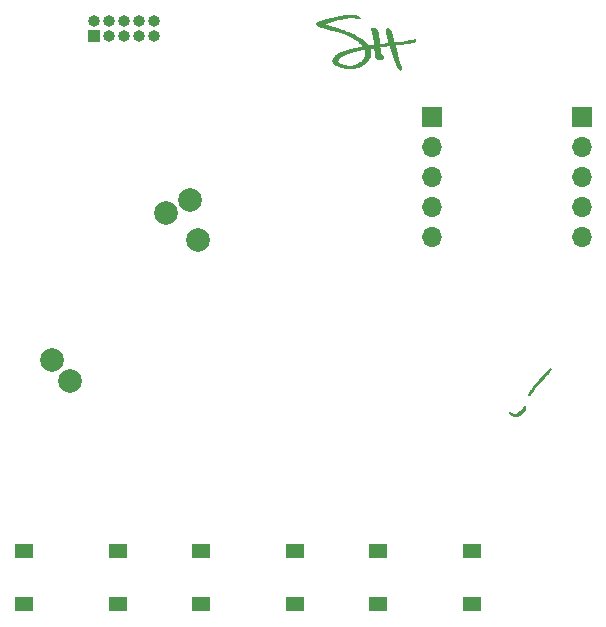
<source format=gbr>
G04 #@! TF.FileFunction,Soldermask,Top*
%FSLAX46Y46*%
G04 Gerber Fmt 4.6, Leading zero omitted, Abs format (unit mm)*
G04 Created by KiCad (PCBNEW 4.0.4-stable) date 07/06/18 21:54:16*
%MOMM*%
%LPD*%
G01*
G04 APERTURE LIST*
%ADD10C,0.100000*%
%ADD11C,0.010000*%
%ADD12R,1.700000X1.700000*%
%ADD13O,1.700000X1.700000*%
%ADD14C,2.000000*%
%ADD15R,1.000000X1.000000*%
%ADD16O,1.000000X1.000000*%
%ADD17R,1.550000X1.300000*%
G04 APERTURE END LIST*
D10*
D11*
G36*
X143625781Y-70395526D02*
X143678434Y-70424793D01*
X143719432Y-70448469D01*
X143751237Y-70468221D01*
X143776312Y-70485719D01*
X143797120Y-70502630D01*
X143816123Y-70520624D01*
X143826887Y-70531787D01*
X143842248Y-70550174D01*
X143858604Y-70572913D01*
X143873554Y-70596174D01*
X143884701Y-70616130D01*
X143889643Y-70628952D01*
X143889260Y-70631322D01*
X143881215Y-70630370D01*
X143861209Y-70626152D01*
X143832638Y-70619416D01*
X143811627Y-70614182D01*
X143718252Y-70593474D01*
X143613734Y-70575641D01*
X143502661Y-70561399D01*
X143426333Y-70554178D01*
X143366176Y-70550695D01*
X143293871Y-70548745D01*
X143213064Y-70548258D01*
X143127400Y-70549160D01*
X143040524Y-70551381D01*
X142956082Y-70554848D01*
X142877720Y-70559490D01*
X142809082Y-70565236D01*
X142796312Y-70566569D01*
X142545744Y-70599933D01*
X142286662Y-70646462D01*
X142019335Y-70706095D01*
X141744030Y-70778771D01*
X141461014Y-70864429D01*
X141409691Y-70881084D01*
X141342196Y-70903512D01*
X141272564Y-70927205D01*
X141202403Y-70951567D01*
X141133323Y-70976004D01*
X141066935Y-70999921D01*
X141004846Y-71022721D01*
X140948668Y-71043810D01*
X140900009Y-71062593D01*
X140860479Y-71078474D01*
X140831688Y-71090859D01*
X140815245Y-71099152D01*
X140811937Y-71102127D01*
X140814755Y-71104310D01*
X140823698Y-71108303D01*
X140839501Y-71114348D01*
X140862896Y-71122685D01*
X140894619Y-71133557D01*
X140935404Y-71147205D01*
X140985984Y-71163870D01*
X141047094Y-71183794D01*
X141119467Y-71207218D01*
X141203838Y-71234383D01*
X141300940Y-71265532D01*
X141411509Y-71300905D01*
X141536277Y-71340743D01*
X141573937Y-71352757D01*
X141729342Y-71402465D01*
X141870842Y-71448047D01*
X141999735Y-71489948D01*
X142117318Y-71528618D01*
X142224887Y-71564503D01*
X142323741Y-71598050D01*
X142415177Y-71629707D01*
X142500490Y-71659922D01*
X142580980Y-71689142D01*
X142657942Y-71717814D01*
X142732674Y-71746386D01*
X142806474Y-71775305D01*
X142853978Y-71794267D01*
X143076854Y-71887607D01*
X143284730Y-71982599D01*
X143478440Y-72079766D01*
X143658819Y-72179632D01*
X143826701Y-72282719D01*
X143982921Y-72389551D01*
X144128314Y-72500651D01*
X144263715Y-72616543D01*
X144389957Y-72737749D01*
X144437023Y-72786716D01*
X144466834Y-72818822D01*
X144495262Y-72850116D01*
X144519149Y-72877082D01*
X144535338Y-72896203D01*
X144535720Y-72896679D01*
X144562406Y-72930014D01*
X144625906Y-72925951D01*
X144658058Y-72922287D01*
X144700267Y-72915198D01*
X144747339Y-72905661D01*
X144794078Y-72894656D01*
X144799694Y-72893211D01*
X144859647Y-72878753D01*
X144917071Y-72867014D01*
X144969306Y-72858387D01*
X145013692Y-72853268D01*
X145047569Y-72852050D01*
X145064682Y-72853983D01*
X145083953Y-72858820D01*
X145078833Y-72780363D01*
X145070619Y-72673435D01*
X145059994Y-72570586D01*
X145046417Y-72468284D01*
X145029344Y-72362994D01*
X145008235Y-72251184D01*
X144982548Y-72129318D01*
X144971279Y-72078775D01*
X144947692Y-71973941D01*
X144927482Y-71883172D01*
X144910355Y-71805089D01*
X144896016Y-71738311D01*
X144884172Y-71681459D01*
X144874529Y-71633153D01*
X144866792Y-71592014D01*
X144863287Y-71572199D01*
X144856627Y-71533789D01*
X144853836Y-71507839D01*
X144857024Y-71491031D01*
X144868304Y-71480046D01*
X144889787Y-71471566D01*
X144923586Y-71462275D01*
X144935235Y-71459159D01*
X145010263Y-71445390D01*
X145080230Y-71445656D01*
X145144200Y-71459791D01*
X145201234Y-71487628D01*
X145233458Y-71512371D01*
X145267009Y-71546775D01*
X145297432Y-71587339D01*
X145324979Y-71635008D01*
X145349900Y-71690729D01*
X145372446Y-71755448D01*
X145392868Y-71830111D01*
X145411418Y-71915664D01*
X145428345Y-72013054D01*
X145443901Y-72123225D01*
X145458337Y-72247124D01*
X145471904Y-72385698D01*
X145475307Y-72424093D01*
X145480859Y-72487048D01*
X145486350Y-72547611D01*
X145491535Y-72603203D01*
X145496168Y-72651246D01*
X145500004Y-72689162D01*
X145502799Y-72714374D01*
X145503226Y-72717781D01*
X145506903Y-72747875D01*
X145509586Y-72773246D01*
X145510692Y-72788332D01*
X145511571Y-72793801D01*
X145515490Y-72797626D01*
X145524681Y-72799982D01*
X145541374Y-72801042D01*
X145567804Y-72800980D01*
X145606202Y-72799969D01*
X145643890Y-72798705D01*
X145771231Y-72790278D01*
X145896233Y-72774409D01*
X145903843Y-72773173D01*
X145989479Y-72760972D01*
X146074533Y-72753055D01*
X146166836Y-72748706D01*
X146173718Y-72748518D01*
X146316593Y-72744780D01*
X146315995Y-72675718D01*
X146315228Y-72650228D01*
X146313092Y-72624423D01*
X146309159Y-72596543D01*
X146303001Y-72564825D01*
X146294192Y-72527509D01*
X146282303Y-72482835D01*
X146266907Y-72429042D01*
X146247577Y-72364368D01*
X146223885Y-72287053D01*
X146213477Y-72253437D01*
X146178890Y-72139415D01*
X146150148Y-72039034D01*
X146126995Y-71951281D01*
X146109172Y-71875141D01*
X146096422Y-71809602D01*
X146090415Y-71769787D01*
X146084675Y-71692287D01*
X146089032Y-71626633D01*
X146103435Y-71572946D01*
X146127837Y-71531346D01*
X146162187Y-71501953D01*
X146206436Y-71484888D01*
X146207496Y-71484657D01*
X146255552Y-71480721D01*
X146301216Y-71490377D01*
X146344975Y-71514029D01*
X146387314Y-71552080D01*
X146428718Y-71604937D01*
X146469674Y-71673002D01*
X146495836Y-71724650D01*
X146526550Y-71794357D01*
X146556201Y-71872979D01*
X146585151Y-71961751D01*
X146613762Y-72061910D01*
X146642396Y-72174693D01*
X146671416Y-72301335D01*
X146689337Y-72385321D01*
X146700742Y-72440001D01*
X146711899Y-72493319D01*
X146722110Y-72541965D01*
X146730681Y-72582626D01*
X146736916Y-72611991D01*
X146738159Y-72617787D01*
X146750808Y-72676542D01*
X146891962Y-72671243D01*
X146972458Y-72667433D01*
X147052046Y-72661945D01*
X147132566Y-72654512D01*
X147215860Y-72644861D01*
X147303767Y-72632725D01*
X147398129Y-72617832D01*
X147500785Y-72599913D01*
X147613578Y-72578699D01*
X147738346Y-72553918D01*
X147852500Y-72530411D01*
X147985014Y-72503216D01*
X148103451Y-72479855D01*
X148207584Y-72460368D01*
X148297183Y-72444794D01*
X148372019Y-72433176D01*
X148431863Y-72425552D01*
X148458526Y-72423060D01*
X148525012Y-72417950D01*
X148530089Y-72445010D01*
X148530283Y-72478086D01*
X148520917Y-72522229D01*
X148502312Y-72576082D01*
X148494627Y-72594750D01*
X148484484Y-72618392D01*
X148477081Y-72635326D01*
X148474385Y-72641157D01*
X148465954Y-72643360D01*
X148443058Y-72647296D01*
X148406995Y-72652800D01*
X148359062Y-72659705D01*
X148300554Y-72667845D01*
X148232769Y-72677054D01*
X148157003Y-72687166D01*
X148074553Y-72698013D01*
X147986716Y-72709429D01*
X147894788Y-72721249D01*
X147800066Y-72733305D01*
X147703846Y-72745432D01*
X147607426Y-72757463D01*
X147512102Y-72769232D01*
X147419171Y-72780571D01*
X147329929Y-72791316D01*
X147245674Y-72801300D01*
X147167701Y-72810355D01*
X147097307Y-72818317D01*
X147070750Y-72821247D01*
X147008130Y-72828154D01*
X146950744Y-72834597D01*
X146900445Y-72840359D01*
X146859091Y-72845222D01*
X146828536Y-72848969D01*
X146810635Y-72851383D01*
X146806635Y-72852156D01*
X146808309Y-72860025D01*
X146814327Y-72880567D01*
X146823949Y-72911416D01*
X146836438Y-72950206D01*
X146851054Y-72994571D01*
X146851679Y-72996448D01*
X146871259Y-73056689D01*
X146890060Y-73117807D01*
X146908571Y-73181691D01*
X146927285Y-73250229D01*
X146946691Y-73325308D01*
X146967281Y-73408817D01*
X146989544Y-73502644D01*
X147013973Y-73608678D01*
X147035050Y-73701982D01*
X147055698Y-73793792D01*
X147073464Y-73872156D01*
X147088851Y-73939137D01*
X147102364Y-73996800D01*
X147114507Y-74047208D01*
X147125786Y-74092424D01*
X147136703Y-74134511D01*
X147147765Y-74175534D01*
X147159476Y-74217555D01*
X147170906Y-74257656D01*
X147190699Y-74324288D01*
X147208707Y-74379184D01*
X147226450Y-74426136D01*
X147245442Y-74468935D01*
X147267200Y-74511375D01*
X147285181Y-74543406D01*
X147319182Y-74603616D01*
X147345405Y-74653218D01*
X147365029Y-74694710D01*
X147379236Y-74730589D01*
X147389205Y-74763352D01*
X147389308Y-74763750D01*
X147396700Y-74806826D01*
X147397841Y-74850256D01*
X147393303Y-74890751D01*
X147383663Y-74925025D01*
X147369492Y-74949791D01*
X147354915Y-74960691D01*
X147323034Y-74966817D01*
X147282732Y-74965740D01*
X147239601Y-74957714D01*
X147230320Y-74955051D01*
X147193959Y-74937260D01*
X147156408Y-74907248D01*
X147120798Y-74868070D01*
X147090258Y-74822783D01*
X147084996Y-74813188D01*
X147072177Y-74786949D01*
X147055803Y-74750643D01*
X147037967Y-74709038D01*
X147020763Y-74666905D01*
X147020540Y-74666344D01*
X147003386Y-74623617D01*
X146982170Y-74571599D01*
X146959073Y-74515596D01*
X146936278Y-74460914D01*
X146925595Y-74435534D01*
X146885368Y-74337662D01*
X146841380Y-74225500D01*
X146793544Y-74098819D01*
X146741777Y-73957394D01*
X146685994Y-73800997D01*
X146653466Y-73708217D01*
X146609775Y-73582977D01*
X146570939Y-73471832D01*
X146536633Y-73373867D01*
X146506538Y-73288170D01*
X146480330Y-73213827D01*
X146457687Y-73149925D01*
X146438287Y-73095550D01*
X146421808Y-73049789D01*
X146407927Y-73011730D01*
X146404907Y-73003531D01*
X146369737Y-72908281D01*
X146331259Y-72909618D01*
X146312284Y-72910934D01*
X146279728Y-72913921D01*
X146235771Y-72918334D01*
X146182589Y-72923924D01*
X146122362Y-72930445D01*
X146057267Y-72937650D01*
X145989484Y-72945293D01*
X145921189Y-72953127D01*
X145854562Y-72960904D01*
X145791781Y-72968378D01*
X145735023Y-72975302D01*
X145686468Y-72981429D01*
X145648293Y-72986513D01*
X145631984Y-72988854D01*
X145542687Y-73002223D01*
X145542687Y-73047342D01*
X145544066Y-73070121D01*
X145547886Y-73104904D01*
X145553672Y-73148092D01*
X145560951Y-73196086D01*
X145567356Y-73234528D01*
X145579153Y-73307899D01*
X145587133Y-73371684D01*
X145591885Y-73431545D01*
X145593952Y-73490218D01*
X145595120Y-73537827D01*
X145596927Y-73571923D01*
X145599638Y-73594867D01*
X145603515Y-73609015D01*
X145607982Y-73615946D01*
X145618843Y-73624737D01*
X145640070Y-73640295D01*
X145668817Y-73660587D01*
X145702239Y-73683580D01*
X145710042Y-73688870D01*
X145757967Y-73722983D01*
X145793599Y-73752992D01*
X145819038Y-73781497D01*
X145836382Y-73811094D01*
X145847730Y-73844383D01*
X145852093Y-73864750D01*
X145856772Y-73922621D01*
X145848130Y-73971885D01*
X145826171Y-74012523D01*
X145816502Y-74023529D01*
X145785272Y-74051242D01*
X145752235Y-74070655D01*
X145713897Y-74082929D01*
X145666767Y-74089223D01*
X145614125Y-74090734D01*
X145566818Y-74089622D01*
X145523485Y-74086066D01*
X145480331Y-74079343D01*
X145433563Y-74068735D01*
X145379389Y-74053519D01*
X145319540Y-74034766D01*
X145234303Y-74007210D01*
X145222325Y-73953839D01*
X145205141Y-73871270D01*
X145187872Y-73777085D01*
X145171212Y-73675523D01*
X145155856Y-73570824D01*
X145142497Y-73467227D01*
X145142102Y-73463906D01*
X145138188Y-73429360D01*
X145133622Y-73386570D01*
X145128679Y-73338375D01*
X145123630Y-73287613D01*
X145118748Y-73237123D01*
X145114305Y-73189744D01*
X145110576Y-73148316D01*
X145107831Y-73115676D01*
X145106344Y-73094664D01*
X145106157Y-73089644D01*
X145100469Y-73086077D01*
X145082601Y-73087018D01*
X145051286Y-73092576D01*
X145037384Y-73095530D01*
X145013560Y-73101064D01*
X144980320Y-73109234D01*
X144940338Y-73119336D01*
X144896290Y-73130665D01*
X144850850Y-73142518D01*
X144806696Y-73154192D01*
X144766500Y-73164982D01*
X144732940Y-73174184D01*
X144708689Y-73181096D01*
X144696424Y-73185012D01*
X144695510Y-73185468D01*
X144697497Y-73192992D01*
X144704400Y-73211523D01*
X144714865Y-73237485D01*
X144718259Y-73245621D01*
X144749965Y-73341114D01*
X144768042Y-73443208D01*
X144772485Y-73550350D01*
X144763287Y-73660991D01*
X144740444Y-73773581D01*
X144720407Y-73840767D01*
X144669640Y-73968675D01*
X144604874Y-74092186D01*
X144527552Y-74209404D01*
X144439119Y-74318434D01*
X144341020Y-74417381D01*
X144234699Y-74504350D01*
X144191629Y-74534405D01*
X144052256Y-74617618D01*
X143904127Y-74687645D01*
X143747355Y-74744467D01*
X143582052Y-74788063D01*
X143408329Y-74818415D01*
X143226300Y-74835503D01*
X143036077Y-74839309D01*
X142837771Y-74829812D01*
X142631496Y-74806993D01*
X142617718Y-74805035D01*
X142445689Y-74776165D01*
X142288323Y-74741234D01*
X142145608Y-74700239D01*
X142017535Y-74653176D01*
X141948574Y-74622437D01*
X141871257Y-74583437D01*
X141806124Y-74545978D01*
X141749908Y-74507947D01*
X141699345Y-74467229D01*
X141675973Y-74445968D01*
X141630157Y-74398586D01*
X141596826Y-74353788D01*
X141573765Y-74308174D01*
X141561689Y-74270659D01*
X141557356Y-74251921D01*
X141988114Y-74251921D01*
X141995085Y-74288101D01*
X142010875Y-74320992D01*
X142037269Y-74354585D01*
X142066829Y-74384277D01*
X142118675Y-74425554D01*
X142184419Y-74465469D01*
X142262096Y-74503359D01*
X142349745Y-74538560D01*
X142445401Y-74570411D01*
X142547103Y-74598249D01*
X142652888Y-74621410D01*
X142760792Y-74639232D01*
X142852956Y-74649710D01*
X142912485Y-74654426D01*
X142961848Y-74656767D01*
X143006578Y-74656743D01*
X143052203Y-74654365D01*
X143099080Y-74650172D01*
X143232172Y-74630317D01*
X143363600Y-74598392D01*
X143492099Y-74555285D01*
X143616406Y-74501884D01*
X143735255Y-74439077D01*
X143847382Y-74367752D01*
X143951522Y-74288796D01*
X144046412Y-74203097D01*
X144130785Y-74111543D01*
X144203378Y-74015021D01*
X144262927Y-73914420D01*
X144308166Y-73810628D01*
X144312460Y-73798332D01*
X144332660Y-73731745D01*
X144345416Y-73670148D01*
X144351892Y-73606372D01*
X144353329Y-73546359D01*
X144345321Y-73440091D01*
X144321668Y-73336459D01*
X144296454Y-73267000D01*
X144281719Y-73232134D01*
X144271284Y-73209732D01*
X144263207Y-73197663D01*
X144255548Y-73193795D01*
X144246368Y-73195994D01*
X144236271Y-73200865D01*
X144218124Y-73207884D01*
X144189525Y-73216714D01*
X144155543Y-73225834D01*
X144141718Y-73229191D01*
X143992290Y-73264357D01*
X143857226Y-73296303D01*
X143735417Y-73325348D01*
X143625750Y-73351811D01*
X143527115Y-73376011D01*
X143438402Y-73398267D01*
X143358498Y-73418896D01*
X143286294Y-73438219D01*
X143220679Y-73456554D01*
X143160541Y-73474219D01*
X143104770Y-73491534D01*
X143052255Y-73508816D01*
X143001885Y-73526386D01*
X142952549Y-73544562D01*
X142903135Y-73563663D01*
X142852535Y-73584006D01*
X142799635Y-73605912D01*
X142743326Y-73629699D01*
X142737675Y-73632104D01*
X142603852Y-73690976D01*
X142485023Y-73747306D01*
X142380572Y-73801447D01*
X142289883Y-73853754D01*
X142212341Y-73904580D01*
X142147332Y-73954278D01*
X142097812Y-73999560D01*
X142052262Y-74050286D01*
X142019973Y-74097901D01*
X141999476Y-74145205D01*
X141989299Y-74195001D01*
X141988177Y-74208463D01*
X141988114Y-74251921D01*
X141557356Y-74251921D01*
X141555349Y-74243244D01*
X141552898Y-74221394D01*
X141554311Y-74198610D01*
X141559567Y-74168395D01*
X141561299Y-74159798D01*
X141579651Y-74096298D01*
X141609229Y-74027038D01*
X141648213Y-73955307D01*
X141694786Y-73884394D01*
X141747129Y-73817587D01*
X141756451Y-73806896D01*
X141807873Y-73756085D01*
X141873127Y-73703478D01*
X141950438Y-73650173D01*
X142038030Y-73597267D01*
X142134125Y-73545858D01*
X142236948Y-73497043D01*
X142305582Y-73467621D01*
X142373074Y-73440793D01*
X142442758Y-73415011D01*
X142515840Y-73389959D01*
X142593521Y-73365321D01*
X142677008Y-73340781D01*
X142767503Y-73316022D01*
X142866211Y-73290726D01*
X142974336Y-73264579D01*
X143093083Y-73237263D01*
X143223654Y-73208462D01*
X143367255Y-73177859D01*
X143525090Y-73145138D01*
X143558312Y-73138344D01*
X143666775Y-73116036D01*
X143767765Y-73094919D01*
X143859983Y-73075277D01*
X143942133Y-73057392D01*
X144012916Y-73041549D01*
X144071035Y-73028030D01*
X144115192Y-73017119D01*
X144124209Y-73014750D01*
X144154325Y-73006699D01*
X144128240Y-72973365D01*
X144105503Y-72946426D01*
X144073308Y-72911196D01*
X144033997Y-72870002D01*
X143989909Y-72825175D01*
X143943386Y-72779043D01*
X143896769Y-72733937D01*
X143852397Y-72692184D01*
X143812613Y-72656116D01*
X143788500Y-72635289D01*
X143603732Y-72490124D01*
X143405772Y-72353567D01*
X143194842Y-72225737D01*
X142971165Y-72106754D01*
X142734962Y-71996739D01*
X142486458Y-71895809D01*
X142268468Y-71818171D01*
X142204612Y-71797075D01*
X142143783Y-71777628D01*
X142083728Y-71759202D01*
X142022192Y-71741169D01*
X141956921Y-71722903D01*
X141885661Y-71703773D01*
X141806158Y-71683154D01*
X141716158Y-71660416D01*
X141613406Y-71634932D01*
X141589812Y-71629127D01*
X141480804Y-71602177D01*
X141384975Y-71578095D01*
X141300017Y-71556244D01*
X141223627Y-71535988D01*
X141153498Y-71516690D01*
X141087325Y-71497715D01*
X141022803Y-71478425D01*
X140957625Y-71458184D01*
X140889487Y-71436357D01*
X140878466Y-71432775D01*
X140824028Y-71415244D01*
X140768071Y-71397553D01*
X140714762Y-71380997D01*
X140668270Y-71366871D01*
X140633343Y-71356634D01*
X140536105Y-71327898D01*
X140453483Y-71300808D01*
X140384382Y-71274739D01*
X140327708Y-71249063D01*
X140282365Y-71223155D01*
X140247259Y-71196389D01*
X140221294Y-71168138D01*
X140203375Y-71137776D01*
X140192408Y-71104678D01*
X140192366Y-71104490D01*
X140189293Y-71064166D01*
X140200442Y-71029592D01*
X140220475Y-71003928D01*
X140250204Y-70980204D01*
X140293927Y-70953915D01*
X140350097Y-70925736D01*
X140417167Y-70896343D01*
X140493591Y-70866410D01*
X140577821Y-70836615D01*
X140668312Y-70807631D01*
X140673834Y-70805955D01*
X140731619Y-70788922D01*
X140802626Y-70768741D01*
X140884645Y-70745987D01*
X140975465Y-70721237D01*
X141072877Y-70695069D01*
X141174671Y-70668060D01*
X141278637Y-70640785D01*
X141382565Y-70613823D01*
X141484245Y-70587751D01*
X141581468Y-70563144D01*
X141672022Y-70540580D01*
X141753699Y-70520637D01*
X141824289Y-70503890D01*
X141875562Y-70492237D01*
X142096209Y-70446443D01*
X142306665Y-70408832D01*
X142510117Y-70379033D01*
X142709748Y-70356679D01*
X142908745Y-70341401D01*
X143110292Y-70332831D01*
X143272562Y-70330562D01*
X143506718Y-70330034D01*
X143625781Y-70395526D01*
X143625781Y-70395526D01*
G37*
X143625781Y-70395526D02*
X143678434Y-70424793D01*
X143719432Y-70448469D01*
X143751237Y-70468221D01*
X143776312Y-70485719D01*
X143797120Y-70502630D01*
X143816123Y-70520624D01*
X143826887Y-70531787D01*
X143842248Y-70550174D01*
X143858604Y-70572913D01*
X143873554Y-70596174D01*
X143884701Y-70616130D01*
X143889643Y-70628952D01*
X143889260Y-70631322D01*
X143881215Y-70630370D01*
X143861209Y-70626152D01*
X143832638Y-70619416D01*
X143811627Y-70614182D01*
X143718252Y-70593474D01*
X143613734Y-70575641D01*
X143502661Y-70561399D01*
X143426333Y-70554178D01*
X143366176Y-70550695D01*
X143293871Y-70548745D01*
X143213064Y-70548258D01*
X143127400Y-70549160D01*
X143040524Y-70551381D01*
X142956082Y-70554848D01*
X142877720Y-70559490D01*
X142809082Y-70565236D01*
X142796312Y-70566569D01*
X142545744Y-70599933D01*
X142286662Y-70646462D01*
X142019335Y-70706095D01*
X141744030Y-70778771D01*
X141461014Y-70864429D01*
X141409691Y-70881084D01*
X141342196Y-70903512D01*
X141272564Y-70927205D01*
X141202403Y-70951567D01*
X141133323Y-70976004D01*
X141066935Y-70999921D01*
X141004846Y-71022721D01*
X140948668Y-71043810D01*
X140900009Y-71062593D01*
X140860479Y-71078474D01*
X140831688Y-71090859D01*
X140815245Y-71099152D01*
X140811937Y-71102127D01*
X140814755Y-71104310D01*
X140823698Y-71108303D01*
X140839501Y-71114348D01*
X140862896Y-71122685D01*
X140894619Y-71133557D01*
X140935404Y-71147205D01*
X140985984Y-71163870D01*
X141047094Y-71183794D01*
X141119467Y-71207218D01*
X141203838Y-71234383D01*
X141300940Y-71265532D01*
X141411509Y-71300905D01*
X141536277Y-71340743D01*
X141573937Y-71352757D01*
X141729342Y-71402465D01*
X141870842Y-71448047D01*
X141999735Y-71489948D01*
X142117318Y-71528618D01*
X142224887Y-71564503D01*
X142323741Y-71598050D01*
X142415177Y-71629707D01*
X142500490Y-71659922D01*
X142580980Y-71689142D01*
X142657942Y-71717814D01*
X142732674Y-71746386D01*
X142806474Y-71775305D01*
X142853978Y-71794267D01*
X143076854Y-71887607D01*
X143284730Y-71982599D01*
X143478440Y-72079766D01*
X143658819Y-72179632D01*
X143826701Y-72282719D01*
X143982921Y-72389551D01*
X144128314Y-72500651D01*
X144263715Y-72616543D01*
X144389957Y-72737749D01*
X144437023Y-72786716D01*
X144466834Y-72818822D01*
X144495262Y-72850116D01*
X144519149Y-72877082D01*
X144535338Y-72896203D01*
X144535720Y-72896679D01*
X144562406Y-72930014D01*
X144625906Y-72925951D01*
X144658058Y-72922287D01*
X144700267Y-72915198D01*
X144747339Y-72905661D01*
X144794078Y-72894656D01*
X144799694Y-72893211D01*
X144859647Y-72878753D01*
X144917071Y-72867014D01*
X144969306Y-72858387D01*
X145013692Y-72853268D01*
X145047569Y-72852050D01*
X145064682Y-72853983D01*
X145083953Y-72858820D01*
X145078833Y-72780363D01*
X145070619Y-72673435D01*
X145059994Y-72570586D01*
X145046417Y-72468284D01*
X145029344Y-72362994D01*
X145008235Y-72251184D01*
X144982548Y-72129318D01*
X144971279Y-72078775D01*
X144947692Y-71973941D01*
X144927482Y-71883172D01*
X144910355Y-71805089D01*
X144896016Y-71738311D01*
X144884172Y-71681459D01*
X144874529Y-71633153D01*
X144866792Y-71592014D01*
X144863287Y-71572199D01*
X144856627Y-71533789D01*
X144853836Y-71507839D01*
X144857024Y-71491031D01*
X144868304Y-71480046D01*
X144889787Y-71471566D01*
X144923586Y-71462275D01*
X144935235Y-71459159D01*
X145010263Y-71445390D01*
X145080230Y-71445656D01*
X145144200Y-71459791D01*
X145201234Y-71487628D01*
X145233458Y-71512371D01*
X145267009Y-71546775D01*
X145297432Y-71587339D01*
X145324979Y-71635008D01*
X145349900Y-71690729D01*
X145372446Y-71755448D01*
X145392868Y-71830111D01*
X145411418Y-71915664D01*
X145428345Y-72013054D01*
X145443901Y-72123225D01*
X145458337Y-72247124D01*
X145471904Y-72385698D01*
X145475307Y-72424093D01*
X145480859Y-72487048D01*
X145486350Y-72547611D01*
X145491535Y-72603203D01*
X145496168Y-72651246D01*
X145500004Y-72689162D01*
X145502799Y-72714374D01*
X145503226Y-72717781D01*
X145506903Y-72747875D01*
X145509586Y-72773246D01*
X145510692Y-72788332D01*
X145511571Y-72793801D01*
X145515490Y-72797626D01*
X145524681Y-72799982D01*
X145541374Y-72801042D01*
X145567804Y-72800980D01*
X145606202Y-72799969D01*
X145643890Y-72798705D01*
X145771231Y-72790278D01*
X145896233Y-72774409D01*
X145903843Y-72773173D01*
X145989479Y-72760972D01*
X146074533Y-72753055D01*
X146166836Y-72748706D01*
X146173718Y-72748518D01*
X146316593Y-72744780D01*
X146315995Y-72675718D01*
X146315228Y-72650228D01*
X146313092Y-72624423D01*
X146309159Y-72596543D01*
X146303001Y-72564825D01*
X146294192Y-72527509D01*
X146282303Y-72482835D01*
X146266907Y-72429042D01*
X146247577Y-72364368D01*
X146223885Y-72287053D01*
X146213477Y-72253437D01*
X146178890Y-72139415D01*
X146150148Y-72039034D01*
X146126995Y-71951281D01*
X146109172Y-71875141D01*
X146096422Y-71809602D01*
X146090415Y-71769787D01*
X146084675Y-71692287D01*
X146089032Y-71626633D01*
X146103435Y-71572946D01*
X146127837Y-71531346D01*
X146162187Y-71501953D01*
X146206436Y-71484888D01*
X146207496Y-71484657D01*
X146255552Y-71480721D01*
X146301216Y-71490377D01*
X146344975Y-71514029D01*
X146387314Y-71552080D01*
X146428718Y-71604937D01*
X146469674Y-71673002D01*
X146495836Y-71724650D01*
X146526550Y-71794357D01*
X146556201Y-71872979D01*
X146585151Y-71961751D01*
X146613762Y-72061910D01*
X146642396Y-72174693D01*
X146671416Y-72301335D01*
X146689337Y-72385321D01*
X146700742Y-72440001D01*
X146711899Y-72493319D01*
X146722110Y-72541965D01*
X146730681Y-72582626D01*
X146736916Y-72611991D01*
X146738159Y-72617787D01*
X146750808Y-72676542D01*
X146891962Y-72671243D01*
X146972458Y-72667433D01*
X147052046Y-72661945D01*
X147132566Y-72654512D01*
X147215860Y-72644861D01*
X147303767Y-72632725D01*
X147398129Y-72617832D01*
X147500785Y-72599913D01*
X147613578Y-72578699D01*
X147738346Y-72553918D01*
X147852500Y-72530411D01*
X147985014Y-72503216D01*
X148103451Y-72479855D01*
X148207584Y-72460368D01*
X148297183Y-72444794D01*
X148372019Y-72433176D01*
X148431863Y-72425552D01*
X148458526Y-72423060D01*
X148525012Y-72417950D01*
X148530089Y-72445010D01*
X148530283Y-72478086D01*
X148520917Y-72522229D01*
X148502312Y-72576082D01*
X148494627Y-72594750D01*
X148484484Y-72618392D01*
X148477081Y-72635326D01*
X148474385Y-72641157D01*
X148465954Y-72643360D01*
X148443058Y-72647296D01*
X148406995Y-72652800D01*
X148359062Y-72659705D01*
X148300554Y-72667845D01*
X148232769Y-72677054D01*
X148157003Y-72687166D01*
X148074553Y-72698013D01*
X147986716Y-72709429D01*
X147894788Y-72721249D01*
X147800066Y-72733305D01*
X147703846Y-72745432D01*
X147607426Y-72757463D01*
X147512102Y-72769232D01*
X147419171Y-72780571D01*
X147329929Y-72791316D01*
X147245674Y-72801300D01*
X147167701Y-72810355D01*
X147097307Y-72818317D01*
X147070750Y-72821247D01*
X147008130Y-72828154D01*
X146950744Y-72834597D01*
X146900445Y-72840359D01*
X146859091Y-72845222D01*
X146828536Y-72848969D01*
X146810635Y-72851383D01*
X146806635Y-72852156D01*
X146808309Y-72860025D01*
X146814327Y-72880567D01*
X146823949Y-72911416D01*
X146836438Y-72950206D01*
X146851054Y-72994571D01*
X146851679Y-72996448D01*
X146871259Y-73056689D01*
X146890060Y-73117807D01*
X146908571Y-73181691D01*
X146927285Y-73250229D01*
X146946691Y-73325308D01*
X146967281Y-73408817D01*
X146989544Y-73502644D01*
X147013973Y-73608678D01*
X147035050Y-73701982D01*
X147055698Y-73793792D01*
X147073464Y-73872156D01*
X147088851Y-73939137D01*
X147102364Y-73996800D01*
X147114507Y-74047208D01*
X147125786Y-74092424D01*
X147136703Y-74134511D01*
X147147765Y-74175534D01*
X147159476Y-74217555D01*
X147170906Y-74257656D01*
X147190699Y-74324288D01*
X147208707Y-74379184D01*
X147226450Y-74426136D01*
X147245442Y-74468935D01*
X147267200Y-74511375D01*
X147285181Y-74543406D01*
X147319182Y-74603616D01*
X147345405Y-74653218D01*
X147365029Y-74694710D01*
X147379236Y-74730589D01*
X147389205Y-74763352D01*
X147389308Y-74763750D01*
X147396700Y-74806826D01*
X147397841Y-74850256D01*
X147393303Y-74890751D01*
X147383663Y-74925025D01*
X147369492Y-74949791D01*
X147354915Y-74960691D01*
X147323034Y-74966817D01*
X147282732Y-74965740D01*
X147239601Y-74957714D01*
X147230320Y-74955051D01*
X147193959Y-74937260D01*
X147156408Y-74907248D01*
X147120798Y-74868070D01*
X147090258Y-74822783D01*
X147084996Y-74813188D01*
X147072177Y-74786949D01*
X147055803Y-74750643D01*
X147037967Y-74709038D01*
X147020763Y-74666905D01*
X147020540Y-74666344D01*
X147003386Y-74623617D01*
X146982170Y-74571599D01*
X146959073Y-74515596D01*
X146936278Y-74460914D01*
X146925595Y-74435534D01*
X146885368Y-74337662D01*
X146841380Y-74225500D01*
X146793544Y-74098819D01*
X146741777Y-73957394D01*
X146685994Y-73800997D01*
X146653466Y-73708217D01*
X146609775Y-73582977D01*
X146570939Y-73471832D01*
X146536633Y-73373867D01*
X146506538Y-73288170D01*
X146480330Y-73213827D01*
X146457687Y-73149925D01*
X146438287Y-73095550D01*
X146421808Y-73049789D01*
X146407927Y-73011730D01*
X146404907Y-73003531D01*
X146369737Y-72908281D01*
X146331259Y-72909618D01*
X146312284Y-72910934D01*
X146279728Y-72913921D01*
X146235771Y-72918334D01*
X146182589Y-72923924D01*
X146122362Y-72930445D01*
X146057267Y-72937650D01*
X145989484Y-72945293D01*
X145921189Y-72953127D01*
X145854562Y-72960904D01*
X145791781Y-72968378D01*
X145735023Y-72975302D01*
X145686468Y-72981429D01*
X145648293Y-72986513D01*
X145631984Y-72988854D01*
X145542687Y-73002223D01*
X145542687Y-73047342D01*
X145544066Y-73070121D01*
X145547886Y-73104904D01*
X145553672Y-73148092D01*
X145560951Y-73196086D01*
X145567356Y-73234528D01*
X145579153Y-73307899D01*
X145587133Y-73371684D01*
X145591885Y-73431545D01*
X145593952Y-73490218D01*
X145595120Y-73537827D01*
X145596927Y-73571923D01*
X145599638Y-73594867D01*
X145603515Y-73609015D01*
X145607982Y-73615946D01*
X145618843Y-73624737D01*
X145640070Y-73640295D01*
X145668817Y-73660587D01*
X145702239Y-73683580D01*
X145710042Y-73688870D01*
X145757967Y-73722983D01*
X145793599Y-73752992D01*
X145819038Y-73781497D01*
X145836382Y-73811094D01*
X145847730Y-73844383D01*
X145852093Y-73864750D01*
X145856772Y-73922621D01*
X145848130Y-73971885D01*
X145826171Y-74012523D01*
X145816502Y-74023529D01*
X145785272Y-74051242D01*
X145752235Y-74070655D01*
X145713897Y-74082929D01*
X145666767Y-74089223D01*
X145614125Y-74090734D01*
X145566818Y-74089622D01*
X145523485Y-74086066D01*
X145480331Y-74079343D01*
X145433563Y-74068735D01*
X145379389Y-74053519D01*
X145319540Y-74034766D01*
X145234303Y-74007210D01*
X145222325Y-73953839D01*
X145205141Y-73871270D01*
X145187872Y-73777085D01*
X145171212Y-73675523D01*
X145155856Y-73570824D01*
X145142497Y-73467227D01*
X145142102Y-73463906D01*
X145138188Y-73429360D01*
X145133622Y-73386570D01*
X145128679Y-73338375D01*
X145123630Y-73287613D01*
X145118748Y-73237123D01*
X145114305Y-73189744D01*
X145110576Y-73148316D01*
X145107831Y-73115676D01*
X145106344Y-73094664D01*
X145106157Y-73089644D01*
X145100469Y-73086077D01*
X145082601Y-73087018D01*
X145051286Y-73092576D01*
X145037384Y-73095530D01*
X145013560Y-73101064D01*
X144980320Y-73109234D01*
X144940338Y-73119336D01*
X144896290Y-73130665D01*
X144850850Y-73142518D01*
X144806696Y-73154192D01*
X144766500Y-73164982D01*
X144732940Y-73174184D01*
X144708689Y-73181096D01*
X144696424Y-73185012D01*
X144695510Y-73185468D01*
X144697497Y-73192992D01*
X144704400Y-73211523D01*
X144714865Y-73237485D01*
X144718259Y-73245621D01*
X144749965Y-73341114D01*
X144768042Y-73443208D01*
X144772485Y-73550350D01*
X144763287Y-73660991D01*
X144740444Y-73773581D01*
X144720407Y-73840767D01*
X144669640Y-73968675D01*
X144604874Y-74092186D01*
X144527552Y-74209404D01*
X144439119Y-74318434D01*
X144341020Y-74417381D01*
X144234699Y-74504350D01*
X144191629Y-74534405D01*
X144052256Y-74617618D01*
X143904127Y-74687645D01*
X143747355Y-74744467D01*
X143582052Y-74788063D01*
X143408329Y-74818415D01*
X143226300Y-74835503D01*
X143036077Y-74839309D01*
X142837771Y-74829812D01*
X142631496Y-74806993D01*
X142617718Y-74805035D01*
X142445689Y-74776165D01*
X142288323Y-74741234D01*
X142145608Y-74700239D01*
X142017535Y-74653176D01*
X141948574Y-74622437D01*
X141871257Y-74583437D01*
X141806124Y-74545978D01*
X141749908Y-74507947D01*
X141699345Y-74467229D01*
X141675973Y-74445968D01*
X141630157Y-74398586D01*
X141596826Y-74353788D01*
X141573765Y-74308174D01*
X141561689Y-74270659D01*
X141557356Y-74251921D01*
X141988114Y-74251921D01*
X141995085Y-74288101D01*
X142010875Y-74320992D01*
X142037269Y-74354585D01*
X142066829Y-74384277D01*
X142118675Y-74425554D01*
X142184419Y-74465469D01*
X142262096Y-74503359D01*
X142349745Y-74538560D01*
X142445401Y-74570411D01*
X142547103Y-74598249D01*
X142652888Y-74621410D01*
X142760792Y-74639232D01*
X142852956Y-74649710D01*
X142912485Y-74654426D01*
X142961848Y-74656767D01*
X143006578Y-74656743D01*
X143052203Y-74654365D01*
X143099080Y-74650172D01*
X143232172Y-74630317D01*
X143363600Y-74598392D01*
X143492099Y-74555285D01*
X143616406Y-74501884D01*
X143735255Y-74439077D01*
X143847382Y-74367752D01*
X143951522Y-74288796D01*
X144046412Y-74203097D01*
X144130785Y-74111543D01*
X144203378Y-74015021D01*
X144262927Y-73914420D01*
X144308166Y-73810628D01*
X144312460Y-73798332D01*
X144332660Y-73731745D01*
X144345416Y-73670148D01*
X144351892Y-73606372D01*
X144353329Y-73546359D01*
X144345321Y-73440091D01*
X144321668Y-73336459D01*
X144296454Y-73267000D01*
X144281719Y-73232134D01*
X144271284Y-73209732D01*
X144263207Y-73197663D01*
X144255548Y-73193795D01*
X144246368Y-73195994D01*
X144236271Y-73200865D01*
X144218124Y-73207884D01*
X144189525Y-73216714D01*
X144155543Y-73225834D01*
X144141718Y-73229191D01*
X143992290Y-73264357D01*
X143857226Y-73296303D01*
X143735417Y-73325348D01*
X143625750Y-73351811D01*
X143527115Y-73376011D01*
X143438402Y-73398267D01*
X143358498Y-73418896D01*
X143286294Y-73438219D01*
X143220679Y-73456554D01*
X143160541Y-73474219D01*
X143104770Y-73491534D01*
X143052255Y-73508816D01*
X143001885Y-73526386D01*
X142952549Y-73544562D01*
X142903135Y-73563663D01*
X142852535Y-73584006D01*
X142799635Y-73605912D01*
X142743326Y-73629699D01*
X142737675Y-73632104D01*
X142603852Y-73690976D01*
X142485023Y-73747306D01*
X142380572Y-73801447D01*
X142289883Y-73853754D01*
X142212341Y-73904580D01*
X142147332Y-73954278D01*
X142097812Y-73999560D01*
X142052262Y-74050286D01*
X142019973Y-74097901D01*
X141999476Y-74145205D01*
X141989299Y-74195001D01*
X141988177Y-74208463D01*
X141988114Y-74251921D01*
X141557356Y-74251921D01*
X141555349Y-74243244D01*
X141552898Y-74221394D01*
X141554311Y-74198610D01*
X141559567Y-74168395D01*
X141561299Y-74159798D01*
X141579651Y-74096298D01*
X141609229Y-74027038D01*
X141648213Y-73955307D01*
X141694786Y-73884394D01*
X141747129Y-73817587D01*
X141756451Y-73806896D01*
X141807873Y-73756085D01*
X141873127Y-73703478D01*
X141950438Y-73650173D01*
X142038030Y-73597267D01*
X142134125Y-73545858D01*
X142236948Y-73497043D01*
X142305582Y-73467621D01*
X142373074Y-73440793D01*
X142442758Y-73415011D01*
X142515840Y-73389959D01*
X142593521Y-73365321D01*
X142677008Y-73340781D01*
X142767503Y-73316022D01*
X142866211Y-73290726D01*
X142974336Y-73264579D01*
X143093083Y-73237263D01*
X143223654Y-73208462D01*
X143367255Y-73177859D01*
X143525090Y-73145138D01*
X143558312Y-73138344D01*
X143666775Y-73116036D01*
X143767765Y-73094919D01*
X143859983Y-73075277D01*
X143942133Y-73057392D01*
X144012916Y-73041549D01*
X144071035Y-73028030D01*
X144115192Y-73017119D01*
X144124209Y-73014750D01*
X144154325Y-73006699D01*
X144128240Y-72973365D01*
X144105503Y-72946426D01*
X144073308Y-72911196D01*
X144033997Y-72870002D01*
X143989909Y-72825175D01*
X143943386Y-72779043D01*
X143896769Y-72733937D01*
X143852397Y-72692184D01*
X143812613Y-72656116D01*
X143788500Y-72635289D01*
X143603732Y-72490124D01*
X143405772Y-72353567D01*
X143194842Y-72225737D01*
X142971165Y-72106754D01*
X142734962Y-71996739D01*
X142486458Y-71895809D01*
X142268468Y-71818171D01*
X142204612Y-71797075D01*
X142143783Y-71777628D01*
X142083728Y-71759202D01*
X142022192Y-71741169D01*
X141956921Y-71722903D01*
X141885661Y-71703773D01*
X141806158Y-71683154D01*
X141716158Y-71660416D01*
X141613406Y-71634932D01*
X141589812Y-71629127D01*
X141480804Y-71602177D01*
X141384975Y-71578095D01*
X141300017Y-71556244D01*
X141223627Y-71535988D01*
X141153498Y-71516690D01*
X141087325Y-71497715D01*
X141022803Y-71478425D01*
X140957625Y-71458184D01*
X140889487Y-71436357D01*
X140878466Y-71432775D01*
X140824028Y-71415244D01*
X140768071Y-71397553D01*
X140714762Y-71380997D01*
X140668270Y-71366871D01*
X140633343Y-71356634D01*
X140536105Y-71327898D01*
X140453483Y-71300808D01*
X140384382Y-71274739D01*
X140327708Y-71249063D01*
X140282365Y-71223155D01*
X140247259Y-71196389D01*
X140221294Y-71168138D01*
X140203375Y-71137776D01*
X140192408Y-71104678D01*
X140192366Y-71104490D01*
X140189293Y-71064166D01*
X140200442Y-71029592D01*
X140220475Y-71003928D01*
X140250204Y-70980204D01*
X140293927Y-70953915D01*
X140350097Y-70925736D01*
X140417167Y-70896343D01*
X140493591Y-70866410D01*
X140577821Y-70836615D01*
X140668312Y-70807631D01*
X140673834Y-70805955D01*
X140731619Y-70788922D01*
X140802626Y-70768741D01*
X140884645Y-70745987D01*
X140975465Y-70721237D01*
X141072877Y-70695069D01*
X141174671Y-70668060D01*
X141278637Y-70640785D01*
X141382565Y-70613823D01*
X141484245Y-70587751D01*
X141581468Y-70563144D01*
X141672022Y-70540580D01*
X141753699Y-70520637D01*
X141824289Y-70503890D01*
X141875562Y-70492237D01*
X142096209Y-70446443D01*
X142306665Y-70408832D01*
X142510117Y-70379033D01*
X142709748Y-70356679D01*
X142908745Y-70341401D01*
X143110292Y-70332831D01*
X143272562Y-70330562D01*
X143506718Y-70330034D01*
X143625781Y-70395526D01*
G36*
X157873612Y-103453119D02*
X157877244Y-103456938D01*
X157883235Y-103482344D01*
X157885514Y-103529720D01*
X157883677Y-103589418D01*
X157883129Y-103597384D01*
X157857616Y-103732992D01*
X157802664Y-103860563D01*
X157720192Y-103977290D01*
X157612118Y-104080368D01*
X157502110Y-104154839D01*
X157375651Y-104218425D01*
X157247434Y-104265908D01*
X157123201Y-104296036D01*
X157008696Y-104307560D01*
X156909661Y-104299227D01*
X156877918Y-104290805D01*
X156819927Y-104267681D01*
X156763315Y-104239047D01*
X156755406Y-104234323D01*
X156723274Y-104209926D01*
X156680077Y-104171163D01*
X156631353Y-104123785D01*
X156582637Y-104073539D01*
X156539467Y-104026175D01*
X156507381Y-103987441D01*
X156491913Y-103963087D01*
X156491289Y-103960093D01*
X156492750Y-103952675D01*
X156501028Y-103953014D01*
X156521966Y-103963741D01*
X156561406Y-103987490D01*
X156586658Y-104003073D01*
X156634304Y-104028612D01*
X156694867Y-104056040D01*
X156729712Y-104069862D01*
X156852583Y-104104784D01*
X156969964Y-104115243D01*
X157084254Y-104100297D01*
X157197854Y-104059006D01*
X157313165Y-103990429D01*
X157432587Y-103893624D01*
X157558521Y-103767651D01*
X157590412Y-103732490D01*
X157673693Y-103639517D01*
X157738593Y-103568178D01*
X157787576Y-103516104D01*
X157823104Y-103480928D01*
X157847644Y-103460284D01*
X157863658Y-103451803D01*
X157873612Y-103453119D01*
X157873612Y-103453119D01*
G37*
X157873612Y-103453119D02*
X157877244Y-103456938D01*
X157883235Y-103482344D01*
X157885514Y-103529720D01*
X157883677Y-103589418D01*
X157883129Y-103597384D01*
X157857616Y-103732992D01*
X157802664Y-103860563D01*
X157720192Y-103977290D01*
X157612118Y-104080368D01*
X157502110Y-104154839D01*
X157375651Y-104218425D01*
X157247434Y-104265908D01*
X157123201Y-104296036D01*
X157008696Y-104307560D01*
X156909661Y-104299227D01*
X156877918Y-104290805D01*
X156819927Y-104267681D01*
X156763315Y-104239047D01*
X156755406Y-104234323D01*
X156723274Y-104209926D01*
X156680077Y-104171163D01*
X156631353Y-104123785D01*
X156582637Y-104073539D01*
X156539467Y-104026175D01*
X156507381Y-103987441D01*
X156491913Y-103963087D01*
X156491289Y-103960093D01*
X156492750Y-103952675D01*
X156501028Y-103953014D01*
X156521966Y-103963741D01*
X156561406Y-103987490D01*
X156586658Y-104003073D01*
X156634304Y-104028612D01*
X156694867Y-104056040D01*
X156729712Y-104069862D01*
X156852583Y-104104784D01*
X156969964Y-104115243D01*
X157084254Y-104100297D01*
X157197854Y-104059006D01*
X157313165Y-103990429D01*
X157432587Y-103893624D01*
X157558521Y-103767651D01*
X157590412Y-103732490D01*
X157673693Y-103639517D01*
X157738593Y-103568178D01*
X157787576Y-103516104D01*
X157823104Y-103480928D01*
X157847644Y-103460284D01*
X157863658Y-103451803D01*
X157873612Y-103453119D01*
G36*
X159994635Y-100260013D02*
X160013313Y-100272014D01*
X160013590Y-100272215D01*
X160040740Y-100297152D01*
X160051240Y-100316141D01*
X160042718Y-100334896D01*
X160019081Y-100373941D01*
X159983822Y-100427790D01*
X159940435Y-100490957D01*
X159934783Y-100498997D01*
X159898466Y-100549490D01*
X159860937Y-100599190D01*
X159819860Y-100650726D01*
X159772897Y-100706725D01*
X159717710Y-100769816D01*
X159651962Y-100842626D01*
X159573316Y-100927782D01*
X159479435Y-101027914D01*
X159367980Y-101145648D01*
X159240975Y-101279044D01*
X159117102Y-101409513D01*
X159012356Y-101521498D01*
X158923407Y-101619018D01*
X158846928Y-101706091D01*
X158779591Y-101786737D01*
X158718067Y-101864974D01*
X158659029Y-101944822D01*
X158599148Y-102030299D01*
X158535096Y-102125425D01*
X158515224Y-102155453D01*
X158440819Y-102266595D01*
X158379969Y-102353181D01*
X158330063Y-102418024D01*
X158288488Y-102463941D01*
X158252631Y-102493746D01*
X158219880Y-102510252D01*
X158187623Y-102516275D01*
X158180119Y-102516473D01*
X158152209Y-102510402D01*
X158144355Y-102500285D01*
X158151935Y-102475473D01*
X158172682Y-102429006D01*
X158203604Y-102366609D01*
X158241712Y-102294006D01*
X158284013Y-102216918D01*
X158327518Y-102141071D01*
X158361886Y-102083988D01*
X158431112Y-101975843D01*
X158504756Y-101868748D01*
X158585089Y-101760015D01*
X158674382Y-101646960D01*
X158774909Y-101526897D01*
X158888939Y-101397138D01*
X159018745Y-101254997D01*
X159166598Y-101097790D01*
X159334770Y-100922829D01*
X159404448Y-100851158D01*
X159500221Y-100752632D01*
X159592842Y-100656834D01*
X159678967Y-100567259D01*
X159755253Y-100487402D01*
X159818359Y-100420760D01*
X159864942Y-100370827D01*
X159886247Y-100347328D01*
X159930121Y-100298286D01*
X159958902Y-100269691D01*
X159978453Y-100258086D01*
X159994635Y-100260013D01*
X159994635Y-100260013D01*
G37*
X159994635Y-100260013D02*
X160013313Y-100272014D01*
X160013590Y-100272215D01*
X160040740Y-100297152D01*
X160051240Y-100316141D01*
X160042718Y-100334896D01*
X160019081Y-100373941D01*
X159983822Y-100427790D01*
X159940435Y-100490957D01*
X159934783Y-100498997D01*
X159898466Y-100549490D01*
X159860937Y-100599190D01*
X159819860Y-100650726D01*
X159772897Y-100706725D01*
X159717710Y-100769816D01*
X159651962Y-100842626D01*
X159573316Y-100927782D01*
X159479435Y-101027914D01*
X159367980Y-101145648D01*
X159240975Y-101279044D01*
X159117102Y-101409513D01*
X159012356Y-101521498D01*
X158923407Y-101619018D01*
X158846928Y-101706091D01*
X158779591Y-101786737D01*
X158718067Y-101864974D01*
X158659029Y-101944822D01*
X158599148Y-102030299D01*
X158535096Y-102125425D01*
X158515224Y-102155453D01*
X158440819Y-102266595D01*
X158379969Y-102353181D01*
X158330063Y-102418024D01*
X158288488Y-102463941D01*
X158252631Y-102493746D01*
X158219880Y-102510252D01*
X158187623Y-102516275D01*
X158180119Y-102516473D01*
X158152209Y-102510402D01*
X158144355Y-102500285D01*
X158151935Y-102475473D01*
X158172682Y-102429006D01*
X158203604Y-102366609D01*
X158241712Y-102294006D01*
X158284013Y-102216918D01*
X158327518Y-102141071D01*
X158361886Y-102083988D01*
X158431112Y-101975843D01*
X158504756Y-101868748D01*
X158585089Y-101760015D01*
X158674382Y-101646960D01*
X158774909Y-101526897D01*
X158888939Y-101397138D01*
X159018745Y-101254997D01*
X159166598Y-101097790D01*
X159334770Y-100922829D01*
X159404448Y-100851158D01*
X159500221Y-100752632D01*
X159592842Y-100656834D01*
X159678967Y-100567259D01*
X159755253Y-100487402D01*
X159818359Y-100420760D01*
X159864942Y-100370827D01*
X159886247Y-100347328D01*
X159930121Y-100298286D01*
X159958902Y-100269691D01*
X159978453Y-100258086D01*
X159994635Y-100260013D01*
D12*
X150000000Y-79000000D03*
D13*
X150000000Y-81540000D03*
X150000000Y-84080000D03*
X150000000Y-86620000D03*
X150000000Y-89160000D03*
D12*
X162700000Y-79000000D03*
D13*
X162700000Y-81540000D03*
X162700000Y-84080000D03*
X162700000Y-86620000D03*
X162700000Y-89160000D03*
D14*
X129519994Y-85975000D03*
X127444997Y-87150003D03*
X130144994Y-89400003D03*
X119370000Y-101350000D03*
X117844999Y-99600000D03*
D15*
X121380000Y-72120000D03*
D16*
X121380000Y-70850000D03*
X122650000Y-72120000D03*
X122650000Y-70850000D03*
X123920000Y-72120000D03*
X123920000Y-70850000D03*
X125190000Y-72120000D03*
X125190000Y-70850000D03*
X126460000Y-72120000D03*
X126460000Y-70850000D03*
D17*
X115414997Y-120250000D03*
X115414997Y-115750000D03*
X123364997Y-115750000D03*
X123364997Y-120250000D03*
X130414997Y-120250000D03*
X130414997Y-115750000D03*
X138364997Y-115750000D03*
X138364997Y-120250000D03*
X145414997Y-120250000D03*
X145414997Y-115750000D03*
X153364997Y-115750000D03*
X153364997Y-120250000D03*
M02*

</source>
